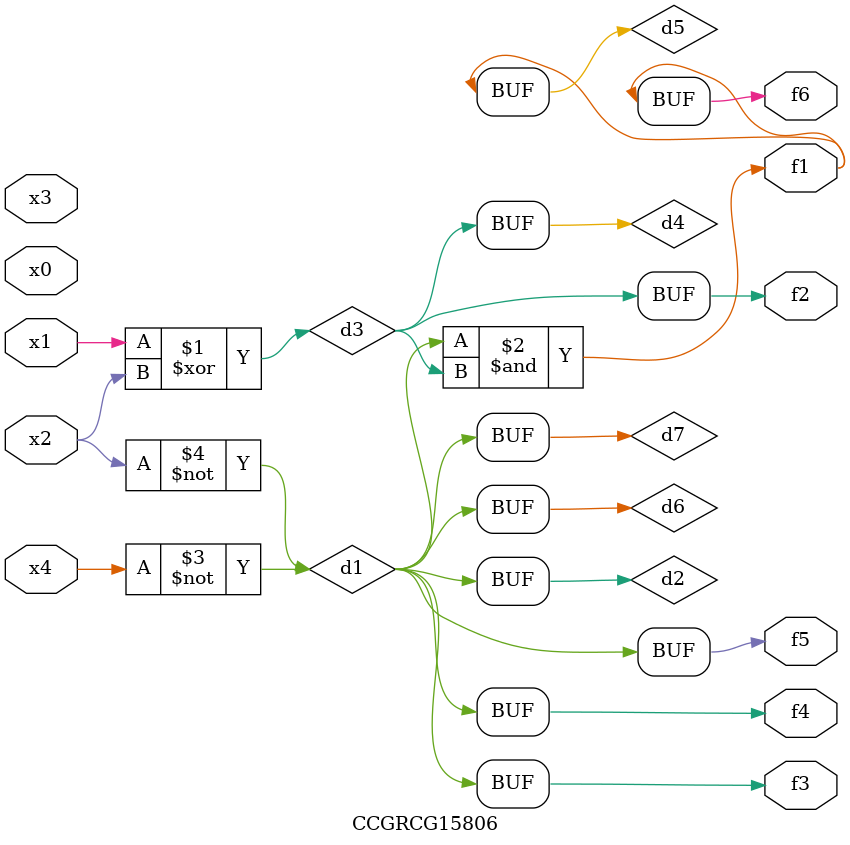
<source format=v>
module CCGRCG15806(
	input x0, x1, x2, x3, x4,
	output f1, f2, f3, f4, f5, f6
);

	wire d1, d2, d3, d4, d5, d6, d7;

	not (d1, x4);
	not (d2, x2);
	xor (d3, x1, x2);
	buf (d4, d3);
	and (d5, d1, d3);
	buf (d6, d1, d2);
	buf (d7, d2);
	assign f1 = d5;
	assign f2 = d4;
	assign f3 = d7;
	assign f4 = d7;
	assign f5 = d7;
	assign f6 = d5;
endmodule

</source>
